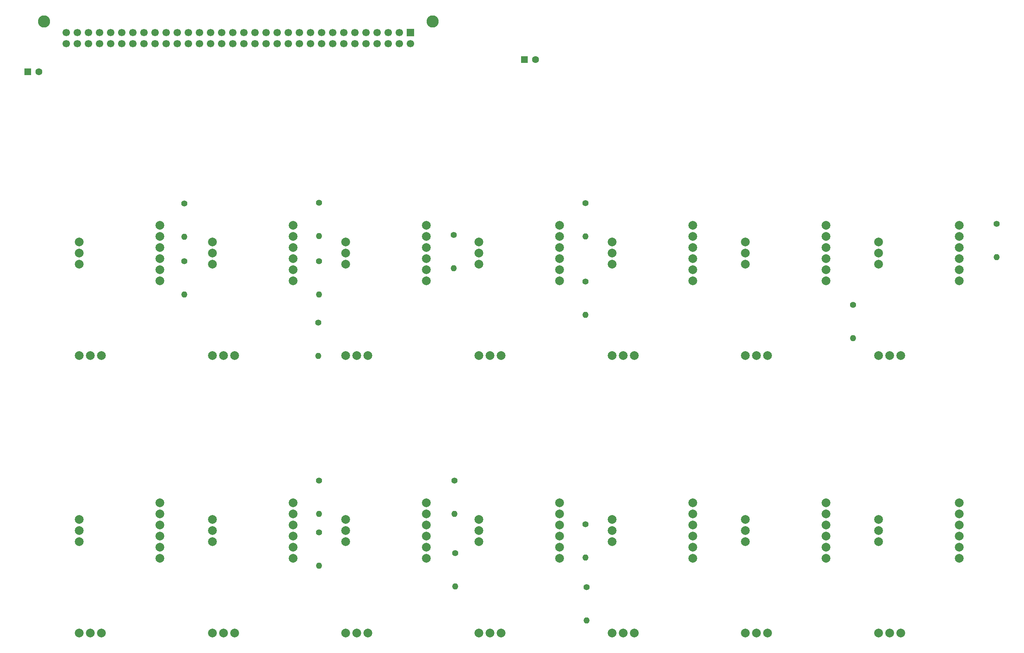
<source format=gbr>
G04 #@! TF.GenerationSoftware,KiCad,Pcbnew,(5.0.0)*
G04 #@! TF.CreationDate,2019-10-07T01:06:36+01:00*
G04 #@! TF.ProjectId,A-FA,412D46412E6B696361645F7063620000,rev?*
G04 #@! TF.SameCoordinates,Original*
G04 #@! TF.FileFunction,Soldermask,Bot*
G04 #@! TF.FilePolarity,Negative*
%FSLAX46Y46*%
G04 Gerber Fmt 4.6, Leading zero omitted, Abs format (unit mm)*
G04 Created by KiCad (PCBNEW (5.0.0)) date 10/07/19 01:06:36*
%MOMM*%
%LPD*%
G01*
G04 APERTURE LIST*
%ADD10C,2.000000*%
%ADD11C,1.400000*%
%ADD12O,1.400000X1.400000*%
%ADD13C,1.600000*%
%ADD14R,1.600000X1.600000*%
%ADD15C,2.800000*%
%ADD16C,1.700000*%
%ADD17R,1.700000X1.700000*%
G04 APERTURE END LIST*
D10*
G04 #@! TO.C,U8*
X225425000Y-78740000D03*
X225425000Y-81280000D03*
X225425000Y-83820000D03*
X243840000Y-74930000D03*
X243840000Y-77470000D03*
X243840000Y-80010000D03*
X243840000Y-82550000D03*
X243840000Y-85090000D03*
X243840000Y-87630000D03*
X230505000Y-104775000D03*
X227965000Y-104775000D03*
X225425000Y-104775000D03*
G04 #@! TD*
G04 #@! TO.C,U1*
X225425000Y-142240000D03*
X225425000Y-144780000D03*
X225425000Y-147320000D03*
X243840000Y-138430000D03*
X243840000Y-140970000D03*
X243840000Y-143510000D03*
X243840000Y-146050000D03*
X243840000Y-148590000D03*
X243840000Y-151130000D03*
X230505000Y-168275000D03*
X227965000Y-168275000D03*
X225425000Y-168275000D03*
G04 #@! TD*
G04 #@! TO.C,U12*
X103505000Y-78740000D03*
X103505000Y-81280000D03*
X103505000Y-83820000D03*
X121920000Y-74930000D03*
X121920000Y-77470000D03*
X121920000Y-80010000D03*
X121920000Y-82550000D03*
X121920000Y-85090000D03*
X121920000Y-87630000D03*
X108585000Y-104775000D03*
X106045000Y-104775000D03*
X103505000Y-104775000D03*
G04 #@! TD*
G04 #@! TO.C,U11*
X133985000Y-78740000D03*
X133985000Y-81280000D03*
X133985000Y-83820000D03*
X152400000Y-74930000D03*
X152400000Y-77470000D03*
X152400000Y-80010000D03*
X152400000Y-82550000D03*
X152400000Y-85090000D03*
X152400000Y-87630000D03*
X139065000Y-104775000D03*
X136525000Y-104775000D03*
X133985000Y-104775000D03*
G04 #@! TD*
G04 #@! TO.C,U14*
X42545000Y-78740000D03*
X42545000Y-81280000D03*
X42545000Y-83820000D03*
X60960000Y-74930000D03*
X60960000Y-77470000D03*
X60960000Y-80010000D03*
X60960000Y-82550000D03*
X60960000Y-85090000D03*
X60960000Y-87630000D03*
X47625000Y-104775000D03*
X45085000Y-104775000D03*
X42545000Y-104775000D03*
G04 #@! TD*
G04 #@! TO.C,U13*
X73025000Y-78740000D03*
X73025000Y-81280000D03*
X73025000Y-83820000D03*
X91440000Y-74930000D03*
X91440000Y-77470000D03*
X91440000Y-80010000D03*
X91440000Y-82550000D03*
X91440000Y-85090000D03*
X91440000Y-87630000D03*
X78105000Y-104775000D03*
X75565000Y-104775000D03*
X73025000Y-104775000D03*
G04 #@! TD*
D11*
G04 #@! TO.C,R3*
X252400000Y-74600000D03*
D12*
X252400000Y-82220000D03*
G04 #@! TD*
D11*
G04 #@! TO.C,R4*
X158400000Y-69850000D03*
D12*
X158400000Y-77470000D03*
G04 #@! TD*
D11*
G04 #@! TO.C,R5*
X97400000Y-133350000D03*
D12*
X97400000Y-140970000D03*
G04 #@! TD*
D11*
G04 #@! TO.C,R6*
X128400000Y-133350000D03*
D12*
X128400000Y-140970000D03*
G04 #@! TD*
D11*
G04 #@! TO.C,R7*
X97400000Y-69786500D03*
D12*
X97400000Y-77406500D03*
G04 #@! TD*
D11*
G04 #@! TO.C,R8*
X66600000Y-70000000D03*
D12*
X66600000Y-77620000D03*
G04 #@! TD*
D11*
G04 #@! TO.C,R9*
X128200000Y-77200000D03*
D12*
X128200000Y-84820000D03*
G04 #@! TD*
D11*
G04 #@! TO.C,R10*
X158400000Y-87800000D03*
D12*
X158400000Y-95420000D03*
G04 #@! TD*
D11*
G04 #@! TO.C,R11*
X158600000Y-157800000D03*
D12*
X158600000Y-165420000D03*
G04 #@! TD*
D11*
G04 #@! TO.C,R12*
X128600000Y-150000000D03*
D12*
X128600000Y-157620000D03*
G04 #@! TD*
D11*
G04 #@! TO.C,R13*
X97400000Y-83185000D03*
D12*
X97400000Y-90805000D03*
G04 #@! TD*
D11*
G04 #@! TO.C,R14*
X158400000Y-143400000D03*
D12*
X158400000Y-151020000D03*
G04 #@! TD*
D11*
G04 #@! TO.C,R15*
X97400000Y-145200000D03*
D12*
X97400000Y-152820000D03*
G04 #@! TD*
D11*
G04 #@! TO.C,R16*
X66600000Y-83185000D03*
D12*
X66600000Y-90805000D03*
G04 #@! TD*
D11*
G04 #@! TO.C,R17*
X97200000Y-97200000D03*
D12*
X97200000Y-104820000D03*
G04 #@! TD*
D10*
G04 #@! TO.C,U2*
X194945000Y-142240000D03*
X194945000Y-144780000D03*
X194945000Y-147320000D03*
X213360000Y-138430000D03*
X213360000Y-140970000D03*
X213360000Y-143510000D03*
X213360000Y-146050000D03*
X213360000Y-148590000D03*
X213360000Y-151130000D03*
X200025000Y-168275000D03*
X197485000Y-168275000D03*
X194945000Y-168275000D03*
G04 #@! TD*
G04 #@! TO.C,U3*
X164465000Y-142240000D03*
X164465000Y-144780000D03*
X164465000Y-147320000D03*
X182880000Y-138430000D03*
X182880000Y-140970000D03*
X182880000Y-143510000D03*
X182880000Y-146050000D03*
X182880000Y-148590000D03*
X182880000Y-151130000D03*
X169545000Y-168275000D03*
X167005000Y-168275000D03*
X164465000Y-168275000D03*
G04 #@! TD*
G04 #@! TO.C,U4*
X133985000Y-142240000D03*
X133985000Y-144780000D03*
X133985000Y-147320000D03*
X152400000Y-138430000D03*
X152400000Y-140970000D03*
X152400000Y-143510000D03*
X152400000Y-146050000D03*
X152400000Y-148590000D03*
X152400000Y-151130000D03*
X139065000Y-168275000D03*
X136525000Y-168275000D03*
X133985000Y-168275000D03*
G04 #@! TD*
G04 #@! TO.C,U5*
X103505000Y-142240000D03*
X103505000Y-144780000D03*
X103505000Y-147320000D03*
X121920000Y-138430000D03*
X121920000Y-140970000D03*
X121920000Y-143510000D03*
X121920000Y-146050000D03*
X121920000Y-148590000D03*
X121920000Y-151130000D03*
X108585000Y-168275000D03*
X106045000Y-168275000D03*
X103505000Y-168275000D03*
G04 #@! TD*
G04 #@! TO.C,U6*
X73025000Y-142240000D03*
X73025000Y-144780000D03*
X73025000Y-147320000D03*
X91440000Y-138430000D03*
X91440000Y-140970000D03*
X91440000Y-143510000D03*
X91440000Y-146050000D03*
X91440000Y-148590000D03*
X91440000Y-151130000D03*
X78105000Y-168275000D03*
X75565000Y-168275000D03*
X73025000Y-168275000D03*
G04 #@! TD*
G04 #@! TO.C,U7*
X42545000Y-142240000D03*
X42545000Y-144780000D03*
X42545000Y-147320000D03*
X60960000Y-138430000D03*
X60960000Y-140970000D03*
X60960000Y-143510000D03*
X60960000Y-146050000D03*
X60960000Y-148590000D03*
X60960000Y-151130000D03*
X47625000Y-168275000D03*
X45085000Y-168275000D03*
X42545000Y-168275000D03*
G04 #@! TD*
G04 #@! TO.C,U9*
X194945000Y-78740000D03*
X194945000Y-81280000D03*
X194945000Y-83820000D03*
X213360000Y-74930000D03*
X213360000Y-77470000D03*
X213360000Y-80010000D03*
X213360000Y-82550000D03*
X213360000Y-85090000D03*
X213360000Y-87630000D03*
X200025000Y-104775000D03*
X197485000Y-104775000D03*
X194945000Y-104775000D03*
G04 #@! TD*
G04 #@! TO.C,U10*
X164465000Y-78740000D03*
X164465000Y-81280000D03*
X164465000Y-83820000D03*
X182880000Y-74930000D03*
X182880000Y-77470000D03*
X182880000Y-80010000D03*
X182880000Y-82550000D03*
X182880000Y-85090000D03*
X182880000Y-87630000D03*
X169545000Y-104775000D03*
X167005000Y-104775000D03*
X164465000Y-104775000D03*
G04 #@! TD*
D13*
G04 #@! TO.C,C1*
X146900000Y-37000000D03*
D14*
X144400000Y-37000000D03*
G04 #@! TD*
D13*
G04 #@! TO.C,C2*
X33300000Y-39800000D03*
D14*
X30800000Y-39800000D03*
G04 #@! TD*
D15*
G04 #@! TO.C,J1*
X34525000Y-28321000D03*
X123425000Y-28321000D03*
D16*
X39605000Y-33401000D03*
X39605000Y-30861000D03*
X42145000Y-33401000D03*
X42145000Y-30861000D03*
X44685000Y-33401000D03*
X44685000Y-30861000D03*
X47225000Y-33401000D03*
X47225000Y-30861000D03*
X49765000Y-33401000D03*
X49765000Y-30861000D03*
X52305000Y-33401000D03*
X52305000Y-30861000D03*
X54845000Y-33401000D03*
X54845000Y-30861000D03*
X57385000Y-33401000D03*
X57385000Y-30861000D03*
X59925000Y-33401000D03*
X59925000Y-30861000D03*
X62465000Y-33401000D03*
X62465000Y-30861000D03*
X65005000Y-33401000D03*
X65005000Y-30861000D03*
X67545000Y-33401000D03*
X67545000Y-30861000D03*
X70085000Y-33401000D03*
X70085000Y-30861000D03*
X72625000Y-33401000D03*
X72625000Y-30861000D03*
X75165000Y-33401000D03*
X75165000Y-30861000D03*
X77705000Y-33401000D03*
X77705000Y-30861000D03*
X80245000Y-33401000D03*
X80245000Y-30861000D03*
X82785000Y-33401000D03*
X82785000Y-30861000D03*
X85325000Y-33401000D03*
X85325000Y-30861000D03*
X87865000Y-33401000D03*
X87865000Y-30861000D03*
X90405000Y-33401000D03*
X90405000Y-30861000D03*
X92945000Y-33401000D03*
X92945000Y-30861000D03*
X95485000Y-33401000D03*
X95485000Y-30861000D03*
X98025000Y-33401000D03*
X98025000Y-30861000D03*
X100565000Y-33401000D03*
X100565000Y-30861000D03*
X103105000Y-33401000D03*
X103105000Y-30861000D03*
X105645000Y-33401000D03*
X105645000Y-30861000D03*
X108185000Y-33401000D03*
X108185000Y-30861000D03*
X110725000Y-33401000D03*
X110725000Y-30861000D03*
X113265000Y-33401000D03*
X113265000Y-30861000D03*
X115805000Y-33401000D03*
X115805000Y-30861000D03*
X118345000Y-33401000D03*
D17*
X118345000Y-30861000D03*
G04 #@! TD*
D11*
G04 #@! TO.C,R99*
X219600000Y-93200000D03*
D12*
X219600000Y-100820000D03*
G04 #@! TD*
M02*

</source>
